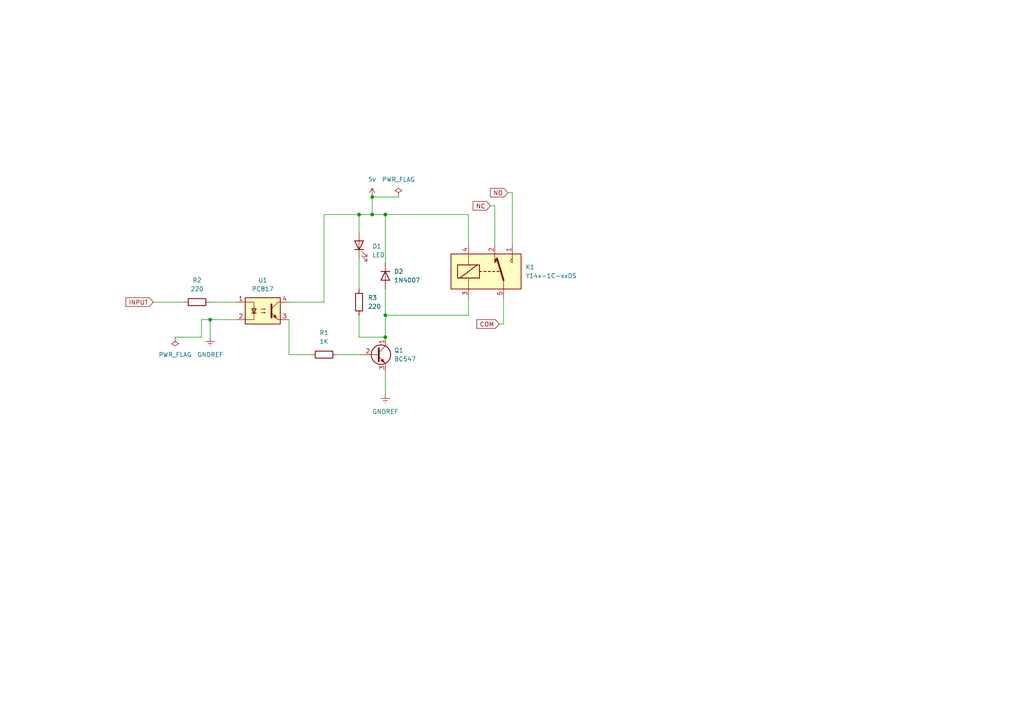
<source format=kicad_sch>
(kicad_sch
	(version 20231120)
	(generator "eeschema")
	(generator_version "8.0")
	(uuid "8780924e-e0c8-4142-b6b1-2cde8ff5c133")
	(paper "A4")
	(lib_symbols
		(symbol "Device:LED"
			(pin_numbers hide)
			(pin_names
				(offset 1.016) hide)
			(exclude_from_sim no)
			(in_bom yes)
			(on_board yes)
			(property "Reference" "D"
				(at 0 2.54 0)
				(effects
					(font
						(size 1.27 1.27)
					)
				)
			)
			(property "Value" "LED"
				(at 0 -2.54 0)
				(effects
					(font
						(size 1.27 1.27)
					)
				)
			)
			(property "Footprint" ""
				(at 0 0 0)
				(effects
					(font
						(size 1.27 1.27)
					)
					(hide yes)
				)
			)
			(property "Datasheet" "~"
				(at 0 0 0)
				(effects
					(font
						(size 1.27 1.27)
					)
					(hide yes)
				)
			)
			(property "Description" "Light emitting diode"
				(at 0 0 0)
				(effects
					(font
						(size 1.27 1.27)
					)
					(hide yes)
				)
			)
			(property "ki_keywords" "LED diode"
				(at 0 0 0)
				(effects
					(font
						(size 1.27 1.27)
					)
					(hide yes)
				)
			)
			(property "ki_fp_filters" "LED* LED_SMD:* LED_THT:*"
				(at 0 0 0)
				(effects
					(font
						(size 1.27 1.27)
					)
					(hide yes)
				)
			)
			(symbol "LED_0_1"
				(polyline
					(pts
						(xy -1.27 -1.27) (xy -1.27 1.27)
					)
					(stroke
						(width 0.254)
						(type default)
					)
					(fill
						(type none)
					)
				)
				(polyline
					(pts
						(xy -1.27 0) (xy 1.27 0)
					)
					(stroke
						(width 0)
						(type default)
					)
					(fill
						(type none)
					)
				)
				(polyline
					(pts
						(xy 1.27 -1.27) (xy 1.27 1.27) (xy -1.27 0) (xy 1.27 -1.27)
					)
					(stroke
						(width 0.254)
						(type default)
					)
					(fill
						(type none)
					)
				)
				(polyline
					(pts
						(xy -3.048 -0.762) (xy -4.572 -2.286) (xy -3.81 -2.286) (xy -4.572 -2.286) (xy -4.572 -1.524)
					)
					(stroke
						(width 0)
						(type default)
					)
					(fill
						(type none)
					)
				)
				(polyline
					(pts
						(xy -1.778 -0.762) (xy -3.302 -2.286) (xy -2.54 -2.286) (xy -3.302 -2.286) (xy -3.302 -1.524)
					)
					(stroke
						(width 0)
						(type default)
					)
					(fill
						(type none)
					)
				)
			)
			(symbol "LED_1_1"
				(pin passive line
					(at -3.81 0 0)
					(length 2.54)
					(name "K"
						(effects
							(font
								(size 1.27 1.27)
							)
						)
					)
					(number "1"
						(effects
							(font
								(size 1.27 1.27)
							)
						)
					)
				)
				(pin passive line
					(at 3.81 0 180)
					(length 2.54)
					(name "A"
						(effects
							(font
								(size 1.27 1.27)
							)
						)
					)
					(number "2"
						(effects
							(font
								(size 1.27 1.27)
							)
						)
					)
				)
			)
		)
		(symbol "Device:R"
			(pin_numbers hide)
			(pin_names
				(offset 0)
			)
			(exclude_from_sim no)
			(in_bom yes)
			(on_board yes)
			(property "Reference" "R"
				(at 2.032 0 90)
				(effects
					(font
						(size 1.27 1.27)
					)
				)
			)
			(property "Value" "R"
				(at 0 0 90)
				(effects
					(font
						(size 1.27 1.27)
					)
				)
			)
			(property "Footprint" ""
				(at -1.778 0 90)
				(effects
					(font
						(size 1.27 1.27)
					)
					(hide yes)
				)
			)
			(property "Datasheet" "~"
				(at 0 0 0)
				(effects
					(font
						(size 1.27 1.27)
					)
					(hide yes)
				)
			)
			(property "Description" "Resistor"
				(at 0 0 0)
				(effects
					(font
						(size 1.27 1.27)
					)
					(hide yes)
				)
			)
			(property "ki_keywords" "R res resistor"
				(at 0 0 0)
				(effects
					(font
						(size 1.27 1.27)
					)
					(hide yes)
				)
			)
			(property "ki_fp_filters" "R_*"
				(at 0 0 0)
				(effects
					(font
						(size 1.27 1.27)
					)
					(hide yes)
				)
			)
			(symbol "R_0_1"
				(rectangle
					(start -1.016 -2.54)
					(end 1.016 2.54)
					(stroke
						(width 0.254)
						(type default)
					)
					(fill
						(type none)
					)
				)
			)
			(symbol "R_1_1"
				(pin passive line
					(at 0 3.81 270)
					(length 1.27)
					(name "~"
						(effects
							(font
								(size 1.27 1.27)
							)
						)
					)
					(number "1"
						(effects
							(font
								(size 1.27 1.27)
							)
						)
					)
				)
				(pin passive line
					(at 0 -3.81 90)
					(length 1.27)
					(name "~"
						(effects
							(font
								(size 1.27 1.27)
							)
						)
					)
					(number "2"
						(effects
							(font
								(size 1.27 1.27)
							)
						)
					)
				)
			)
		)
		(symbol "Diode:1N4007"
			(pin_numbers hide)
			(pin_names hide)
			(exclude_from_sim no)
			(in_bom yes)
			(on_board yes)
			(property "Reference" "D"
				(at 0 2.54 0)
				(effects
					(font
						(size 1.27 1.27)
					)
				)
			)
			(property "Value" "1N4007"
				(at 0 -2.54 0)
				(effects
					(font
						(size 1.27 1.27)
					)
				)
			)
			(property "Footprint" "Diode_THT:D_DO-41_SOD81_P10.16mm_Horizontal"
				(at 0 -4.445 0)
				(effects
					(font
						(size 1.27 1.27)
					)
					(hide yes)
				)
			)
			(property "Datasheet" "http://www.vishay.com/docs/88503/1n4001.pdf"
				(at 0 0 0)
				(effects
					(font
						(size 1.27 1.27)
					)
					(hide yes)
				)
			)
			(property "Description" "1000V 1A General Purpose Rectifier Diode, DO-41"
				(at 0 0 0)
				(effects
					(font
						(size 1.27 1.27)
					)
					(hide yes)
				)
			)
			(property "Sim.Device" "D"
				(at 0 0 0)
				(effects
					(font
						(size 1.27 1.27)
					)
					(hide yes)
				)
			)
			(property "Sim.Pins" "1=K 2=A"
				(at 0 0 0)
				(effects
					(font
						(size 1.27 1.27)
					)
					(hide yes)
				)
			)
			(property "ki_keywords" "diode"
				(at 0 0 0)
				(effects
					(font
						(size 1.27 1.27)
					)
					(hide yes)
				)
			)
			(property "ki_fp_filters" "D*DO?41*"
				(at 0 0 0)
				(effects
					(font
						(size 1.27 1.27)
					)
					(hide yes)
				)
			)
			(symbol "1N4007_0_1"
				(polyline
					(pts
						(xy -1.27 1.27) (xy -1.27 -1.27)
					)
					(stroke
						(width 0.254)
						(type default)
					)
					(fill
						(type none)
					)
				)
				(polyline
					(pts
						(xy 1.27 0) (xy -1.27 0)
					)
					(stroke
						(width 0)
						(type default)
					)
					(fill
						(type none)
					)
				)
				(polyline
					(pts
						(xy 1.27 1.27) (xy 1.27 -1.27) (xy -1.27 0) (xy 1.27 1.27)
					)
					(stroke
						(width 0.254)
						(type default)
					)
					(fill
						(type none)
					)
				)
			)
			(symbol "1N4007_1_1"
				(pin passive line
					(at -3.81 0 0)
					(length 2.54)
					(name "K"
						(effects
							(font
								(size 1.27 1.27)
							)
						)
					)
					(number "1"
						(effects
							(font
								(size 1.27 1.27)
							)
						)
					)
				)
				(pin passive line
					(at 3.81 0 180)
					(length 2.54)
					(name "A"
						(effects
							(font
								(size 1.27 1.27)
							)
						)
					)
					(number "2"
						(effects
							(font
								(size 1.27 1.27)
							)
						)
					)
				)
			)
		)
		(symbol "Isolator:PC817"
			(pin_names
				(offset 1.016)
			)
			(exclude_from_sim no)
			(in_bom yes)
			(on_board yes)
			(property "Reference" "U"
				(at -5.08 5.08 0)
				(effects
					(font
						(size 1.27 1.27)
					)
					(justify left)
				)
			)
			(property "Value" "PC817"
				(at 0 5.08 0)
				(effects
					(font
						(size 1.27 1.27)
					)
					(justify left)
				)
			)
			(property "Footprint" "Package_DIP:DIP-4_W7.62mm"
				(at -5.08 -5.08 0)
				(effects
					(font
						(size 1.27 1.27)
						(italic yes)
					)
					(justify left)
					(hide yes)
				)
			)
			(property "Datasheet" "http://www.soselectronic.cz/a_info/resource/d/pc817.pdf"
				(at 0 0 0)
				(effects
					(font
						(size 1.27 1.27)
					)
					(justify left)
					(hide yes)
				)
			)
			(property "Description" "DC Optocoupler, Vce 35V, CTR 50-300%, DIP-4"
				(at 0 0 0)
				(effects
					(font
						(size 1.27 1.27)
					)
					(hide yes)
				)
			)
			(property "ki_keywords" "NPN DC Optocoupler"
				(at 0 0 0)
				(effects
					(font
						(size 1.27 1.27)
					)
					(hide yes)
				)
			)
			(property "ki_fp_filters" "DIP*W7.62mm*"
				(at 0 0 0)
				(effects
					(font
						(size 1.27 1.27)
					)
					(hide yes)
				)
			)
			(symbol "PC817_0_1"
				(rectangle
					(start -5.08 3.81)
					(end 5.08 -3.81)
					(stroke
						(width 0.254)
						(type default)
					)
					(fill
						(type background)
					)
				)
				(polyline
					(pts
						(xy -3.175 -0.635) (xy -1.905 -0.635)
					)
					(stroke
						(width 0.254)
						(type default)
					)
					(fill
						(type none)
					)
				)
				(polyline
					(pts
						(xy 2.54 0.635) (xy 4.445 2.54)
					)
					(stroke
						(width 0)
						(type default)
					)
					(fill
						(type none)
					)
				)
				(polyline
					(pts
						(xy 4.445 -2.54) (xy 2.54 -0.635)
					)
					(stroke
						(width 0)
						(type default)
					)
					(fill
						(type outline)
					)
				)
				(polyline
					(pts
						(xy 4.445 -2.54) (xy 5.08 -2.54)
					)
					(stroke
						(width 0)
						(type default)
					)
					(fill
						(type none)
					)
				)
				(polyline
					(pts
						(xy 4.445 2.54) (xy 5.08 2.54)
					)
					(stroke
						(width 0)
						(type default)
					)
					(fill
						(type none)
					)
				)
				(polyline
					(pts
						(xy -5.08 2.54) (xy -2.54 2.54) (xy -2.54 -0.635)
					)
					(stroke
						(width 0)
						(type default)
					)
					(fill
						(type none)
					)
				)
				(polyline
					(pts
						(xy -2.54 -0.635) (xy -2.54 -2.54) (xy -5.08 -2.54)
					)
					(stroke
						(width 0)
						(type default)
					)
					(fill
						(type none)
					)
				)
				(polyline
					(pts
						(xy 2.54 1.905) (xy 2.54 -1.905) (xy 2.54 -1.905)
					)
					(stroke
						(width 0.508)
						(type default)
					)
					(fill
						(type none)
					)
				)
				(polyline
					(pts
						(xy -2.54 -0.635) (xy -3.175 0.635) (xy -1.905 0.635) (xy -2.54 -0.635)
					)
					(stroke
						(width 0.254)
						(type default)
					)
					(fill
						(type none)
					)
				)
				(polyline
					(pts
						(xy -0.508 -0.508) (xy 0.762 -0.508) (xy 0.381 -0.635) (xy 0.381 -0.381) (xy 0.762 -0.508)
					)
					(stroke
						(width 0)
						(type default)
					)
					(fill
						(type none)
					)
				)
				(polyline
					(pts
						(xy -0.508 0.508) (xy 0.762 0.508) (xy 0.381 0.381) (xy 0.381 0.635) (xy 0.762 0.508)
					)
					(stroke
						(width 0)
						(type default)
					)
					(fill
						(type none)
					)
				)
				(polyline
					(pts
						(xy 3.048 -1.651) (xy 3.556 -1.143) (xy 4.064 -2.159) (xy 3.048 -1.651) (xy 3.048 -1.651)
					)
					(stroke
						(width 0)
						(type default)
					)
					(fill
						(type outline)
					)
				)
			)
			(symbol "PC817_1_1"
				(pin passive line
					(at -7.62 2.54 0)
					(length 2.54)
					(name "~"
						(effects
							(font
								(size 1.27 1.27)
							)
						)
					)
					(number "1"
						(effects
							(font
								(size 1.27 1.27)
							)
						)
					)
				)
				(pin passive line
					(at -7.62 -2.54 0)
					(length 2.54)
					(name "~"
						(effects
							(font
								(size 1.27 1.27)
							)
						)
					)
					(number "2"
						(effects
							(font
								(size 1.27 1.27)
							)
						)
					)
				)
				(pin passive line
					(at 7.62 -2.54 180)
					(length 2.54)
					(name "~"
						(effects
							(font
								(size 1.27 1.27)
							)
						)
					)
					(number "3"
						(effects
							(font
								(size 1.27 1.27)
							)
						)
					)
				)
				(pin passive line
					(at 7.62 2.54 180)
					(length 2.54)
					(name "~"
						(effects
							(font
								(size 1.27 1.27)
							)
						)
					)
					(number "4"
						(effects
							(font
								(size 1.27 1.27)
							)
						)
					)
				)
			)
		)
		(symbol "Relay:Y14x-1C-xxDS"
			(exclude_from_sim no)
			(in_bom yes)
			(on_board yes)
			(property "Reference" "K"
				(at 11.43 3.81 0)
				(effects
					(font
						(size 1.27 1.27)
					)
					(justify left)
				)
			)
			(property "Value" "Y14x-1C-xxDS"
				(at 11.43 1.27 0)
				(effects
					(font
						(size 1.27 1.27)
					)
					(justify left)
				)
			)
			(property "Footprint" "Relay_THT:Relay_SPDT_HsinDa_Y14"
				(at 11.43 -1.27 0)
				(effects
					(font
						(size 1.27 1.27)
					)
					(justify left)
					(hide yes)
				)
			)
			(property "Datasheet" "http://www.hsinda.com.tw/upload/file/Y14-20200430135145.pdf"
				(at 0 0 0)
				(effects
					(font
						(size 1.27 1.27)
					)
					(hide yes)
				)
			)
			(property "Description" "Hsin Da Y14-series relay, Single Pole Dual Throw"
				(at 0 0 0)
				(effects
					(font
						(size 1.27 1.27)
					)
					(hide yes)
				)
			)
			(property "ki_keywords" "Relay SPDT"
				(at 0 0 0)
				(effects
					(font
						(size 1.27 1.27)
					)
					(hide yes)
				)
			)
			(property "ki_fp_filters" "Relay*Y14*"
				(at 0 0 0)
				(effects
					(font
						(size 1.27 1.27)
					)
					(hide yes)
				)
			)
			(symbol "Y14x-1C-xxDS_0_0"
				(polyline
					(pts
						(xy 7.62 5.08) (xy 7.62 2.54) (xy 6.985 3.175) (xy 7.62 3.81)
					)
					(stroke
						(width 0)
						(type default)
					)
					(fill
						(type none)
					)
				)
			)
			(symbol "Y14x-1C-xxDS_0_1"
				(rectangle
					(start -10.16 5.08)
					(end 10.16 -5.08)
					(stroke
						(width 0.254)
						(type default)
					)
					(fill
						(type background)
					)
				)
				(rectangle
					(start -8.255 1.905)
					(end -1.905 -1.905)
					(stroke
						(width 0.254)
						(type default)
					)
					(fill
						(type none)
					)
				)
				(polyline
					(pts
						(xy -7.62 -1.905) (xy -2.54 1.905)
					)
					(stroke
						(width 0.254)
						(type default)
					)
					(fill
						(type none)
					)
				)
				(polyline
					(pts
						(xy -5.08 -5.08) (xy -5.08 -1.905)
					)
					(stroke
						(width 0)
						(type default)
					)
					(fill
						(type none)
					)
				)
				(polyline
					(pts
						(xy -5.08 5.08) (xy -5.08 1.905)
					)
					(stroke
						(width 0)
						(type default)
					)
					(fill
						(type none)
					)
				)
				(polyline
					(pts
						(xy -1.905 0) (xy -1.27 0)
					)
					(stroke
						(width 0.254)
						(type default)
					)
					(fill
						(type none)
					)
				)
				(polyline
					(pts
						(xy -0.635 0) (xy 0 0)
					)
					(stroke
						(width 0.254)
						(type default)
					)
					(fill
						(type none)
					)
				)
				(polyline
					(pts
						(xy 0.635 0) (xy 1.27 0)
					)
					(stroke
						(width 0.254)
						(type default)
					)
					(fill
						(type none)
					)
				)
				(polyline
					(pts
						(xy 1.905 0) (xy 2.54 0)
					)
					(stroke
						(width 0.254)
						(type default)
					)
					(fill
						(type none)
					)
				)
				(polyline
					(pts
						(xy 3.175 0) (xy 3.81 0)
					)
					(stroke
						(width 0.254)
						(type default)
					)
					(fill
						(type none)
					)
				)
				(polyline
					(pts
						(xy 5.08 -2.54) (xy 3.175 3.81)
					)
					(stroke
						(width 0.508)
						(type default)
					)
					(fill
						(type none)
					)
				)
				(polyline
					(pts
						(xy 5.08 -2.54) (xy 5.08 -5.08)
					)
					(stroke
						(width 0)
						(type default)
					)
					(fill
						(type none)
					)
				)
				(polyline
					(pts
						(xy 2.54 5.08) (xy 2.54 2.54) (xy 3.175 3.175) (xy 2.54 3.81)
					)
					(stroke
						(width 0)
						(type default)
					)
					(fill
						(type outline)
					)
				)
			)
			(symbol "Y14x-1C-xxDS_1_1"
				(pin passive line
					(at 7.62 7.62 270)
					(length 2.54)
					(name "~"
						(effects
							(font
								(size 1.27 1.27)
							)
						)
					)
					(number "1"
						(effects
							(font
								(size 1.27 1.27)
							)
						)
					)
				)
				(pin passive line
					(at 2.54 7.62 270)
					(length 2.54)
					(name "~"
						(effects
							(font
								(size 1.27 1.27)
							)
						)
					)
					(number "2"
						(effects
							(font
								(size 1.27 1.27)
							)
						)
					)
				)
				(pin passive line
					(at -5.08 -7.62 90)
					(length 2.54)
					(name "~"
						(effects
							(font
								(size 1.27 1.27)
							)
						)
					)
					(number "3"
						(effects
							(font
								(size 1.27 1.27)
							)
						)
					)
				)
				(pin passive line
					(at -5.08 7.62 270)
					(length 2.54)
					(name "~"
						(effects
							(font
								(size 1.27 1.27)
							)
						)
					)
					(number "4"
						(effects
							(font
								(size 1.27 1.27)
							)
						)
					)
				)
				(pin passive line
					(at 5.08 -7.62 90)
					(length 2.54)
					(name "~"
						(effects
							(font
								(size 1.27 1.27)
							)
						)
					)
					(number "5"
						(effects
							(font
								(size 1.27 1.27)
							)
						)
					)
				)
				(pin passive line
					(at 5.08 -7.62 90)
					(length 2.54) hide
					(name "~"
						(effects
							(font
								(size 1.27 1.27)
							)
						)
					)
					(number "6"
						(effects
							(font
								(size 1.27 1.27)
							)
						)
					)
				)
			)
		)
		(symbol "Transistor_BJT:BC547"
			(pin_names
				(offset 0) hide)
			(exclude_from_sim no)
			(in_bom yes)
			(on_board yes)
			(property "Reference" "Q"
				(at 5.08 1.905 0)
				(effects
					(font
						(size 1.27 1.27)
					)
					(justify left)
				)
			)
			(property "Value" "BC547"
				(at 5.08 0 0)
				(effects
					(font
						(size 1.27 1.27)
					)
					(justify left)
				)
			)
			(property "Footprint" "Package_TO_SOT_THT:TO-92_Inline"
				(at 5.08 -1.905 0)
				(effects
					(font
						(size 1.27 1.27)
						(italic yes)
					)
					(justify left)
					(hide yes)
				)
			)
			(property "Datasheet" "https://www.onsemi.com/pub/Collateral/BC550-D.pdf"
				(at 0 0 0)
				(effects
					(font
						(size 1.27 1.27)
					)
					(justify left)
					(hide yes)
				)
			)
			(property "Description" "0.1A Ic, 45V Vce, Small Signal NPN Transistor, TO-92"
				(at 0 0 0)
				(effects
					(font
						(size 1.27 1.27)
					)
					(hide yes)
				)
			)
			(property "ki_keywords" "NPN Transistor"
				(at 0 0 0)
				(effects
					(font
						(size 1.27 1.27)
					)
					(hide yes)
				)
			)
			(property "ki_fp_filters" "TO?92*"
				(at 0 0 0)
				(effects
					(font
						(size 1.27 1.27)
					)
					(hide yes)
				)
			)
			(symbol "BC547_0_1"
				(polyline
					(pts
						(xy 0 0) (xy 0.635 0)
					)
					(stroke
						(width 0)
						(type default)
					)
					(fill
						(type none)
					)
				)
				(polyline
					(pts
						(xy 0.635 0.635) (xy 2.54 2.54)
					)
					(stroke
						(width 0)
						(type default)
					)
					(fill
						(type none)
					)
				)
				(polyline
					(pts
						(xy 0.635 -0.635) (xy 2.54 -2.54) (xy 2.54 -2.54)
					)
					(stroke
						(width 0)
						(type default)
					)
					(fill
						(type none)
					)
				)
				(polyline
					(pts
						(xy 0.635 1.905) (xy 0.635 -1.905) (xy 0.635 -1.905)
					)
					(stroke
						(width 0.508)
						(type default)
					)
					(fill
						(type none)
					)
				)
				(polyline
					(pts
						(xy 1.27 -1.778) (xy 1.778 -1.27) (xy 2.286 -2.286) (xy 1.27 -1.778) (xy 1.27 -1.778)
					)
					(stroke
						(width 0)
						(type default)
					)
					(fill
						(type outline)
					)
				)
				(circle
					(center 1.27 0)
					(radius 2.8194)
					(stroke
						(width 0.254)
						(type default)
					)
					(fill
						(type none)
					)
				)
			)
			(symbol "BC547_1_1"
				(pin passive line
					(at 2.54 5.08 270)
					(length 2.54)
					(name "C"
						(effects
							(font
								(size 1.27 1.27)
							)
						)
					)
					(number "1"
						(effects
							(font
								(size 1.27 1.27)
							)
						)
					)
				)
				(pin input line
					(at -5.08 0 0)
					(length 5.08)
					(name "B"
						(effects
							(font
								(size 1.27 1.27)
							)
						)
					)
					(number "2"
						(effects
							(font
								(size 1.27 1.27)
							)
						)
					)
				)
				(pin passive line
					(at 2.54 -5.08 90)
					(length 2.54)
					(name "E"
						(effects
							(font
								(size 1.27 1.27)
							)
						)
					)
					(number "3"
						(effects
							(font
								(size 1.27 1.27)
							)
						)
					)
				)
			)
		)
		(symbol "power:GNDREF"
			(power)
			(pin_numbers hide)
			(pin_names
				(offset 0) hide)
			(exclude_from_sim no)
			(in_bom yes)
			(on_board yes)
			(property "Reference" "#PWR"
				(at 0 -6.35 0)
				(effects
					(font
						(size 1.27 1.27)
					)
					(hide yes)
				)
			)
			(property "Value" "GNDREF"
				(at 0 -3.81 0)
				(effects
					(font
						(size 1.27 1.27)
					)
				)
			)
			(property "Footprint" ""
				(at 0 0 0)
				(effects
					(font
						(size 1.27 1.27)
					)
					(hide yes)
				)
			)
			(property "Datasheet" ""
				(at 0 0 0)
				(effects
					(font
						(size 1.27 1.27)
					)
					(hide yes)
				)
			)
			(property "Description" "Power symbol creates a global label with name \"GNDREF\" , reference supply ground"
				(at 0 0 0)
				(effects
					(font
						(size 1.27 1.27)
					)
					(hide yes)
				)
			)
			(property "ki_keywords" "global power"
				(at 0 0 0)
				(effects
					(font
						(size 1.27 1.27)
					)
					(hide yes)
				)
			)
			(symbol "GNDREF_0_1"
				(polyline
					(pts
						(xy -0.635 -1.905) (xy 0.635 -1.905)
					)
					(stroke
						(width 0)
						(type default)
					)
					(fill
						(type none)
					)
				)
				(polyline
					(pts
						(xy -0.127 -2.54) (xy 0.127 -2.54)
					)
					(stroke
						(width 0)
						(type default)
					)
					(fill
						(type none)
					)
				)
				(polyline
					(pts
						(xy 0 -1.27) (xy 0 0)
					)
					(stroke
						(width 0)
						(type default)
					)
					(fill
						(type none)
					)
				)
				(polyline
					(pts
						(xy 1.27 -1.27) (xy -1.27 -1.27)
					)
					(stroke
						(width 0)
						(type default)
					)
					(fill
						(type none)
					)
				)
			)
			(symbol "GNDREF_1_1"
				(pin power_in line
					(at 0 0 270)
					(length 0)
					(name "~"
						(effects
							(font
								(size 1.27 1.27)
							)
						)
					)
					(number "1"
						(effects
							(font
								(size 1.27 1.27)
							)
						)
					)
				)
			)
		)
		(symbol "power:PWR_FLAG"
			(power)
			(pin_numbers hide)
			(pin_names
				(offset 0) hide)
			(exclude_from_sim no)
			(in_bom yes)
			(on_board yes)
			(property "Reference" "#FLG"
				(at 0 1.905 0)
				(effects
					(font
						(size 1.27 1.27)
					)
					(hide yes)
				)
			)
			(property "Value" "PWR_FLAG"
				(at 0 3.81 0)
				(effects
					(font
						(size 1.27 1.27)
					)
				)
			)
			(property "Footprint" ""
				(at 0 0 0)
				(effects
					(font
						(size 1.27 1.27)
					)
					(hide yes)
				)
			)
			(property "Datasheet" "~"
				(at 0 0 0)
				(effects
					(font
						(size 1.27 1.27)
					)
					(hide yes)
				)
			)
			(property "Description" "Special symbol for telling ERC where power comes from"
				(at 0 0 0)
				(effects
					(font
						(size 1.27 1.27)
					)
					(hide yes)
				)
			)
			(property "ki_keywords" "flag power"
				(at 0 0 0)
				(effects
					(font
						(size 1.27 1.27)
					)
					(hide yes)
				)
			)
			(symbol "PWR_FLAG_0_0"
				(pin power_out line
					(at 0 0 90)
					(length 0)
					(name "~"
						(effects
							(font
								(size 1.27 1.27)
							)
						)
					)
					(number "1"
						(effects
							(font
								(size 1.27 1.27)
							)
						)
					)
				)
			)
			(symbol "PWR_FLAG_0_1"
				(polyline
					(pts
						(xy 0 0) (xy 0 1.27) (xy -1.016 1.905) (xy 0 2.54) (xy 1.016 1.905) (xy 0 1.27)
					)
					(stroke
						(width 0)
						(type default)
					)
					(fill
						(type none)
					)
				)
			)
		)
		(symbol "power:VCC"
			(power)
			(pin_numbers hide)
			(pin_names
				(offset 0) hide)
			(exclude_from_sim no)
			(in_bom yes)
			(on_board yes)
			(property "Reference" "#PWR"
				(at 0 -3.81 0)
				(effects
					(font
						(size 1.27 1.27)
					)
					(hide yes)
				)
			)
			(property "Value" "VCC"
				(at 0 3.556 0)
				(effects
					(font
						(size 1.27 1.27)
					)
				)
			)
			(property "Footprint" ""
				(at 0 0 0)
				(effects
					(font
						(size 1.27 1.27)
					)
					(hide yes)
				)
			)
			(property "Datasheet" ""
				(at 0 0 0)
				(effects
					(font
						(size 1.27 1.27)
					)
					(hide yes)
				)
			)
			(property "Description" "Power symbol creates a global label with name \"VCC\""
				(at 0 0 0)
				(effects
					(font
						(size 1.27 1.27)
					)
					(hide yes)
				)
			)
			(property "ki_keywords" "global power"
				(at 0 0 0)
				(effects
					(font
						(size 1.27 1.27)
					)
					(hide yes)
				)
			)
			(symbol "VCC_0_1"
				(polyline
					(pts
						(xy -0.762 1.27) (xy 0 2.54)
					)
					(stroke
						(width 0)
						(type default)
					)
					(fill
						(type none)
					)
				)
				(polyline
					(pts
						(xy 0 0) (xy 0 2.54)
					)
					(stroke
						(width 0)
						(type default)
					)
					(fill
						(type none)
					)
				)
				(polyline
					(pts
						(xy 0 2.54) (xy 0.762 1.27)
					)
					(stroke
						(width 0)
						(type default)
					)
					(fill
						(type none)
					)
				)
			)
			(symbol "VCC_1_1"
				(pin power_in line
					(at 0 0 90)
					(length 0)
					(name "~"
						(effects
							(font
								(size 1.27 1.27)
							)
						)
					)
					(number "1"
						(effects
							(font
								(size 1.27 1.27)
							)
						)
					)
				)
			)
		)
	)
	(junction
		(at 104.14 62.23)
		(diameter 0)
		(color 0 0 0 0)
		(uuid "22bc43b3-272d-4f25-a04b-344fac90697a")
	)
	(junction
		(at 111.76 91.44)
		(diameter 0)
		(color 0 0 0 0)
		(uuid "770ff1b9-7484-40f1-975a-62b8f3adc3c9")
	)
	(junction
		(at 111.76 97.79)
		(diameter 0)
		(color 0 0 0 0)
		(uuid "9425d4b0-434a-46f1-a270-fba8b0e4fc57")
	)
	(junction
		(at 107.95 62.23)
		(diameter 0)
		(color 0 0 0 0)
		(uuid "95b1715b-8ecc-4581-92a5-608e699e61da")
	)
	(junction
		(at 111.76 62.23)
		(diameter 0)
		(color 0 0 0 0)
		(uuid "a1b67a7f-163f-4c02-bf4e-34c832b9ed9a")
	)
	(junction
		(at 60.96 92.71)
		(diameter 0)
		(color 0 0 0 0)
		(uuid "a4a97df3-5497-4b3b-a137-628dc8876539")
	)
	(junction
		(at 107.95 57.15)
		(diameter 0)
		(color 0 0 0 0)
		(uuid "c6ee54e3-9570-4ba2-802a-913825cda2de")
	)
	(wire
		(pts
			(xy 104.14 91.44) (xy 104.14 97.79)
		)
		(stroke
			(width 0)
			(type default)
		)
		(uuid "04c5fc98-687d-471d-a179-5f7f1a2c1dd2")
	)
	(wire
		(pts
			(xy 147.32 55.88) (xy 148.59 55.88)
		)
		(stroke
			(width 0)
			(type default)
		)
		(uuid "0dceb383-6efb-4fb1-9941-41ad2b6f0c4c")
	)
	(wire
		(pts
			(xy 44.45 87.63) (xy 53.34 87.63)
		)
		(stroke
			(width 0)
			(type default)
		)
		(uuid "26f9b44a-1b75-4cc5-b002-ff28e1c7bedc")
	)
	(wire
		(pts
			(xy 111.76 107.95) (xy 111.76 114.3)
		)
		(stroke
			(width 0)
			(type default)
		)
		(uuid "27614320-8bdb-4e6a-bed4-0969e6da28ad")
	)
	(wire
		(pts
			(xy 58.42 92.71) (xy 60.96 92.71)
		)
		(stroke
			(width 0)
			(type default)
		)
		(uuid "28a1f6d9-945a-4037-b760-431a633d8eaf")
	)
	(wire
		(pts
			(xy 50.8 97.79) (xy 58.42 97.79)
		)
		(stroke
			(width 0)
			(type default)
		)
		(uuid "2a90dc0d-2d89-43b6-8e1e-b480e00687a5")
	)
	(wire
		(pts
			(xy 58.42 97.79) (xy 58.42 92.71)
		)
		(stroke
			(width 0)
			(type default)
		)
		(uuid "2af238c3-a82d-46f8-a1b3-257e334cea16")
	)
	(wire
		(pts
			(xy 93.98 87.63) (xy 93.98 62.23)
		)
		(stroke
			(width 0)
			(type default)
		)
		(uuid "2c7a5253-b7a7-4b07-a159-ac9c3db88525")
	)
	(wire
		(pts
			(xy 60.96 87.63) (xy 68.58 87.63)
		)
		(stroke
			(width 0)
			(type default)
		)
		(uuid "2e171ce2-f3e8-4743-b4a8-eeabffac47b4")
	)
	(wire
		(pts
			(xy 115.57 57.15) (xy 107.95 57.15)
		)
		(stroke
			(width 0)
			(type default)
		)
		(uuid "3b1c3ace-98e5-4a3f-9eca-99dfed028cb0")
	)
	(wire
		(pts
			(xy 135.89 86.36) (xy 135.89 91.44)
		)
		(stroke
			(width 0)
			(type default)
		)
		(uuid "43832a56-f95a-424f-9bd1-870d77881139")
	)
	(wire
		(pts
			(xy 97.79 102.87) (xy 104.14 102.87)
		)
		(stroke
			(width 0)
			(type default)
		)
		(uuid "5c391eb3-b66f-451e-8bc8-b65a78f12182")
	)
	(wire
		(pts
			(xy 135.89 71.12) (xy 135.89 62.23)
		)
		(stroke
			(width 0)
			(type default)
		)
		(uuid "64fe0875-49f5-4ae7-8d25-762420e1e57f")
	)
	(wire
		(pts
			(xy 111.76 91.44) (xy 111.76 97.79)
		)
		(stroke
			(width 0)
			(type default)
		)
		(uuid "748a5bd6-19a6-42a8-87d0-636b1aa1ccd5")
	)
	(wire
		(pts
			(xy 143.51 59.69) (xy 143.51 71.12)
		)
		(stroke
			(width 0)
			(type default)
		)
		(uuid "7689f49b-02a4-4f43-8e1f-17b7915f8b1c")
	)
	(wire
		(pts
			(xy 144.78 93.98) (xy 146.05 93.98)
		)
		(stroke
			(width 0)
			(type default)
		)
		(uuid "7d1d8e83-85b0-40eb-b147-97aed1440af9")
	)
	(wire
		(pts
			(xy 107.95 57.15) (xy 107.95 62.23)
		)
		(stroke
			(width 0)
			(type default)
		)
		(uuid "902f8f21-177d-4aa4-92cf-3a592e26bf35")
	)
	(wire
		(pts
			(xy 142.24 59.69) (xy 143.51 59.69)
		)
		(stroke
			(width 0)
			(type default)
		)
		(uuid "916033a5-23a5-4e05-8f83-de4aca03cbd1")
	)
	(wire
		(pts
			(xy 135.89 62.23) (xy 111.76 62.23)
		)
		(stroke
			(width 0)
			(type default)
		)
		(uuid "924e271f-6173-4294-b3c5-5ced50480ecf")
	)
	(wire
		(pts
			(xy 83.82 87.63) (xy 93.98 87.63)
		)
		(stroke
			(width 0)
			(type default)
		)
		(uuid "939a9f74-6732-4fa7-b866-ea455e6b1274")
	)
	(wire
		(pts
			(xy 104.14 62.23) (xy 107.95 62.23)
		)
		(stroke
			(width 0)
			(type default)
		)
		(uuid "989d3b21-11e8-4d6b-9653-e1667a591013")
	)
	(wire
		(pts
			(xy 93.98 62.23) (xy 104.14 62.23)
		)
		(stroke
			(width 0)
			(type default)
		)
		(uuid "99528caf-741e-4dc1-bcbf-69fee60536c1")
	)
	(wire
		(pts
			(xy 104.14 62.23) (xy 104.14 67.31)
		)
		(stroke
			(width 0)
			(type default)
		)
		(uuid "9bb738fe-0eb4-43fe-a724-1ae575d56c2a")
	)
	(wire
		(pts
			(xy 83.82 102.87) (xy 83.82 92.71)
		)
		(stroke
			(width 0)
			(type default)
		)
		(uuid "a8a4eb98-1643-48cf-9dd1-fbe8f9d453f9")
	)
	(wire
		(pts
			(xy 111.76 76.2) (xy 111.76 62.23)
		)
		(stroke
			(width 0)
			(type default)
		)
		(uuid "adf2510e-796c-4094-8e5f-556bdede8ed6")
	)
	(wire
		(pts
			(xy 111.76 83.82) (xy 111.76 91.44)
		)
		(stroke
			(width 0)
			(type default)
		)
		(uuid "b907bade-5a3c-4168-93ec-8e41d0b62d29")
	)
	(wire
		(pts
			(xy 60.96 92.71) (xy 60.96 97.79)
		)
		(stroke
			(width 0)
			(type default)
		)
		(uuid "c6790b93-d842-45c3-af50-89eb0fe0f166")
	)
	(wire
		(pts
			(xy 148.59 71.12) (xy 148.59 55.88)
		)
		(stroke
			(width 0)
			(type default)
		)
		(uuid "d57e1d1d-04c5-4c02-a337-eaa9c5fe545f")
	)
	(wire
		(pts
			(xy 104.14 97.79) (xy 111.76 97.79)
		)
		(stroke
			(width 0)
			(type default)
		)
		(uuid "db789516-a18d-4347-a6e2-9c2e72718756")
	)
	(wire
		(pts
			(xy 107.95 62.23) (xy 111.76 62.23)
		)
		(stroke
			(width 0)
			(type default)
		)
		(uuid "e71901ae-0698-43fd-8e86-d2a62d47c30d")
	)
	(wire
		(pts
			(xy 104.14 74.93) (xy 104.14 83.82)
		)
		(stroke
			(width 0)
			(type default)
		)
		(uuid "e7e5db93-c19a-49e4-95b1-53a8fd7b670e")
	)
	(wire
		(pts
			(xy 146.05 86.36) (xy 146.05 93.98)
		)
		(stroke
			(width 0)
			(type default)
		)
		(uuid "eaea7037-4017-47d0-8e1d-46180232a541")
	)
	(wire
		(pts
			(xy 68.58 92.71) (xy 60.96 92.71)
		)
		(stroke
			(width 0)
			(type default)
		)
		(uuid "eef58efe-7029-4db4-b377-d1c75bbf94d6")
	)
	(wire
		(pts
			(xy 135.89 91.44) (xy 111.76 91.44)
		)
		(stroke
			(width 0)
			(type default)
		)
		(uuid "f26ddf2d-bc26-4328-8635-9e85c01d06a7")
	)
	(wire
		(pts
			(xy 83.82 102.87) (xy 90.17 102.87)
		)
		(stroke
			(width 0)
			(type default)
		)
		(uuid "fb9925a4-7912-4a10-9085-c1e86631c528")
	)
	(global_label "NC"
		(shape input)
		(at 142.24 59.69 180)
		(effects
			(font
				(size 1.27 1.27)
			)
			(justify right)
		)
		(uuid "22dd357b-ffc6-43ee-a7a8-d509ac503cd1")
		(property "Intersheetrefs" "${INTERSHEET_REFS}"
			(at 142.24 59.69 0)
			(effects
				(font
					(size 1.27 1.27)
				)
				(hide yes)
			)
		)
	)
	(global_label "NO"
		(shape input)
		(at 147.32 55.88 180)
		(effects
			(font
				(size 1.27 1.27)
			)
			(justify right)
		)
		(uuid "bda0ae5c-ba18-4779-b9ad-343e7201594d")
		(property "Intersheetrefs" "${INTERSHEET_REFS}"
			(at 147.32 55.88 0)
			(effects
				(font
					(size 1.27 1.27)
				)
				(hide yes)
			)
		)
	)
	(global_label "INPUT"
		(shape input)
		(at 44.45 87.63 180)
		(effects
			(font
				(size 1.27 1.27)
			)
			(justify right)
		)
		(uuid "e89bf832-4df2-4b90-8548-1de39b12747a")
		(property "Intersheetrefs" "${INTERSHEET_REFS}"
			(at 44.45 87.63 0)
			(effects
				(font
					(size 1.27 1.27)
				)
				(hide yes)
			)
		)
	)
	(global_label "COM"
		(shape input)
		(at 144.78 93.98 180)
		(effects
			(font
				(size 1.27 1.27)
			)
			(justify right)
		)
		(uuid "eaaae197-ad3f-4f99-9860-16e787063f05")
		(property "Intersheetrefs" "${INTERSHEET_REFS}"
			(at 144.78 93.98 0)
			(effects
				(font
					(size 1.27 1.27)
				)
				(hide yes)
			)
		)
	)
	(symbol
		(lib_id "power:GNDREF")
		(at 60.96 97.79 0)
		(unit 1)
		(exclude_from_sim no)
		(in_bom yes)
		(on_board yes)
		(dnp no)
		(fields_autoplaced yes)
		(uuid "0d8e9063-9ac9-491b-b638-3edf8d3f3f2b")
		(property "Reference" "#PWR02"
			(at 60.96 104.14 0)
			(effects
				(font
					(size 1.27 1.27)
				)
				(hide yes)
			)
		)
		(property "Value" "GNDREF"
			(at 60.96 102.87 0)
			(effects
				(font
					(size 1.27 1.27)
				)
			)
		)
		(property "Footprint" ""
			(at 60.96 97.79 0)
			(effects
				(font
					(size 1.27 1.27)
				)
				(hide yes)
			)
		)
		(property "Datasheet" ""
			(at 60.96 97.79 0)
			(effects
				(font
					(size 1.27 1.27)
				)
				(hide yes)
			)
		)
		(property "Description" "Power symbol creates a global label with name \"GNDREF\" , reference supply ground"
			(at 60.96 97.79 0)
			(effects
				(font
					(size 1.27 1.27)
				)
				(hide yes)
			)
		)
		(pin "1"
			(uuid "059614c0-f517-47a2-a8f7-bcfbefc295f7")
		)
		(instances
			(project "6 de abril"
				(path "/8780924e-e0c8-4142-b6b1-2cde8ff5c133"
					(reference "#PWR02")
					(unit 1)
				)
			)
		)
	)
	(symbol
		(lib_id "power:GNDREF")
		(at 111.76 114.3 0)
		(unit 1)
		(exclude_from_sim no)
		(in_bom yes)
		(on_board yes)
		(dnp no)
		(fields_autoplaced yes)
		(uuid "1731e199-9c11-4d38-bafc-db0bd3796737")
		(property "Reference" "#PWR01"
			(at 111.76 120.65 0)
			(effects
				(font
					(size 1.27 1.27)
				)
				(hide yes)
			)
		)
		(property "Value" "GNDREF"
			(at 111.76 119.38 0)
			(effects
				(font
					(size 1.27 1.27)
				)
			)
		)
		(property "Footprint" ""
			(at 111.76 114.3 0)
			(effects
				(font
					(size 1.27 1.27)
				)
				(hide yes)
			)
		)
		(property "Datasheet" ""
			(at 111.76 114.3 0)
			(effects
				(font
					(size 1.27 1.27)
				)
				(hide yes)
			)
		)
		(property "Description" "Power symbol creates a global label with name \"GNDREF\" , reference supply ground"
			(at 111.76 114.3 0)
			(effects
				(font
					(size 1.27 1.27)
				)
				(hide yes)
			)
		)
		(pin "1"
			(uuid "3de5ffc0-caa0-4dc4-96d5-3bdbb7edf33a")
		)
		(instances
			(project "6 de abril"
				(path "/8780924e-e0c8-4142-b6b1-2cde8ff5c133"
					(reference "#PWR01")
					(unit 1)
				)
			)
		)
	)
	(symbol
		(lib_id "Device:R")
		(at 93.98 102.87 270)
		(unit 1)
		(exclude_from_sim no)
		(in_bom yes)
		(on_board yes)
		(dnp no)
		(fields_autoplaced yes)
		(uuid "1e35b2ba-afd2-4d54-a06e-f19f433dbf2e")
		(property "Reference" "R1"
			(at 93.98 96.52 90)
			(effects
				(font
					(size 1.27 1.27)
				)
			)
		)
		(property "Value" "1K"
			(at 93.98 99.06 90)
			(effects
				(font
					(size 1.27 1.27)
				)
			)
		)
		(property "Footprint" "Resistor_SMD:R_0805_2012Metric"
			(at 93.98 101.092 90)
			(effects
				(font
					(size 1.27 1.27)
				)
				(hide yes)
			)
		)
		(property "Datasheet" "~"
			(at 93.98 102.87 0)
			(effects
				(font
					(size 1.27 1.27)
				)
				(hide yes)
			)
		)
		(property "Description" "Resistor"
			(at 93.98 102.87 0)
			(effects
				(font
					(size 1.27 1.27)
				)
				(hide yes)
			)
		)
		(pin "1"
			(uuid "faf239b9-ae11-402f-a3ca-e59c9479ce79")
		)
		(pin "2"
			(uuid "15d946a0-b431-4e9b-97c7-7a3c3c88fb1f")
		)
		(instances
			(project "6 de abril"
				(path "/8780924e-e0c8-4142-b6b1-2cde8ff5c133"
					(reference "R1")
					(unit 1)
				)
			)
		)
	)
	(symbol
		(lib_id "Transistor_BJT:BC547")
		(at 109.22 102.87 0)
		(unit 1)
		(exclude_from_sim no)
		(in_bom yes)
		(on_board yes)
		(dnp no)
		(fields_autoplaced yes)
		(uuid "33f45a16-e4e4-4568-9f5c-74783da39052")
		(property "Reference" "Q1"
			(at 114.3 101.5999 0)
			(effects
				(font
					(size 1.27 1.27)
				)
				(justify left)
			)
		)
		(property "Value" "BC547"
			(at 114.3 104.1399 0)
			(effects
				(font
					(size 1.27 1.27)
				)
				(justify left)
			)
		)
		(property "Footprint" "Package_TO_SOT_THT:TO-92_Inline"
			(at 114.3 104.775 0)
			(effects
				(font
					(size 1.27 1.27)
					(italic yes)
				)
				(justify left)
				(hide yes)
			)
		)
		(property "Datasheet" "https://www.onsemi.com/pub/Collateral/BC550-D.pdf"
			(at 109.22 102.87 0)
			(effects
				(font
					(size 1.27 1.27)
				)
				(justify left)
				(hide yes)
			)
		)
		(property "Description" "0.1A Ic, 45V Vce, Small Signal NPN Transistor, TO-92"
			(at 109.22 102.87 0)
			(effects
				(font
					(size 1.27 1.27)
				)
				(hide yes)
			)
		)
		(pin "2"
			(uuid "83c04110-c3f6-49ad-95c1-50dc74091bf0")
		)
		(pin "1"
			(uuid "845e4eef-6156-4a20-84b7-1b3488cd2d00")
		)
		(pin "3"
			(uuid "c4689ff3-40de-41ab-89e2-1d0067c96adf")
		)
		(instances
			(project "6 de abril"
				(path "/8780924e-e0c8-4142-b6b1-2cde8ff5c133"
					(reference "Q1")
					(unit 1)
				)
			)
		)
	)
	(symbol
		(lib_id "Device:LED")
		(at 104.14 71.12 90)
		(unit 1)
		(exclude_from_sim no)
		(in_bom yes)
		(on_board yes)
		(dnp no)
		(fields_autoplaced yes)
		(uuid "41fc7918-dd2c-4fd1-b827-5f17e3ddb412")
		(property "Reference" "D1"
			(at 107.95 71.4374 90)
			(effects
				(font
					(size 1.27 1.27)
				)
				(justify right)
			)
		)
		(property "Value" "LED"
			(at 107.95 73.9774 90)
			(effects
				(font
					(size 1.27 1.27)
				)
				(justify right)
			)
		)
		(property "Footprint" "LED_SMD:LED_0805_2012Metric"
			(at 104.14 71.12 0)
			(effects
				(font
					(size 1.27 1.27)
				)
				(hide yes)
			)
		)
		(property "Datasheet" "~"
			(at 104.14 71.12 0)
			(effects
				(font
					(size 1.27 1.27)
				)
				(hide yes)
			)
		)
		(property "Description" "Light emitting diode"
			(at 104.14 71.12 0)
			(effects
				(font
					(size 1.27 1.27)
				)
				(hide yes)
			)
		)
		(pin "1"
			(uuid "21fd7581-e8d3-446c-b896-720af6be0bf1")
		)
		(pin "2"
			(uuid "85c5b097-6cde-4928-9700-9338d719f6d0")
		)
		(instances
			(project "6 de abril"
				(path "/8780924e-e0c8-4142-b6b1-2cde8ff5c133"
					(reference "D1")
					(unit 1)
				)
			)
		)
	)
	(symbol
		(lib_id "power:PWR_FLAG")
		(at 115.57 57.15 0)
		(unit 1)
		(exclude_from_sim no)
		(in_bom yes)
		(on_board yes)
		(dnp no)
		(fields_autoplaced yes)
		(uuid "5bbc010a-8680-49e4-a02b-edcb074f721f")
		(property "Reference" "#FLG01"
			(at 115.57 55.245 0)
			(effects
				(font
					(size 1.27 1.27)
				)
				(hide yes)
			)
		)
		(property "Value" "PWR_FLAG"
			(at 115.57 52.07 0)
			(effects
				(font
					(size 1.27 1.27)
				)
			)
		)
		(property "Footprint" ""
			(at 115.57 57.15 0)
			(effects
				(font
					(size 1.27 1.27)
				)
				(hide yes)
			)
		)
		(property "Datasheet" "~"
			(at 115.57 57.15 0)
			(effects
				(font
					(size 1.27 1.27)
				)
				(hide yes)
			)
		)
		(property "Description" "Special symbol for telling ERC where power comes from"
			(at 115.57 57.15 0)
			(effects
				(font
					(size 1.27 1.27)
				)
				(hide yes)
			)
		)
		(pin "1"
			(uuid "3fa3ad80-935e-4cd3-8884-07d0256ca69e")
		)
		(instances
			(project "6 de abril"
				(path "/8780924e-e0c8-4142-b6b1-2cde8ff5c133"
					(reference "#FLG01")
					(unit 1)
				)
			)
		)
	)
	(symbol
		(lib_id "power:VCC")
		(at 107.95 57.15 0)
		(unit 1)
		(exclude_from_sim no)
		(in_bom yes)
		(on_board yes)
		(dnp no)
		(fields_autoplaced yes)
		(uuid "5c0ff560-0370-4ca4-84a4-3bf0f67f467b")
		(property "Reference" "#PWR03"
			(at 107.95 60.96 0)
			(effects
				(font
					(size 1.27 1.27)
				)
				(hide yes)
			)
		)
		(property "Value" "5v"
			(at 107.95 52.07 0)
			(effects
				(font
					(face "Verdana")
					(size 1.27 1.27)
				)
			)
		)
		(property "Footprint" ""
			(at 107.95 57.15 0)
			(effects
				(font
					(size 1.27 1.27)
				)
				(hide yes)
			)
		)
		(property "Datasheet" ""
			(at 107.95 57.15 0)
			(effects
				(font
					(size 1.27 1.27)
				)
				(hide yes)
			)
		)
		(property "Description" "Power symbol creates a global label with name \"VCC\""
			(at 107.95 57.15 0)
			(effects
				(font
					(size 1.27 1.27)
				)
				(hide yes)
			)
		)
		(pin "1"
			(uuid "88c3b24d-b5c8-4093-a51f-74f291c69c48")
		)
		(instances
			(project "6 de abril"
				(path "/8780924e-e0c8-4142-b6b1-2cde8ff5c133"
					(reference "#PWR03")
					(unit 1)
				)
			)
		)
	)
	(symbol
		(lib_id "Device:R")
		(at 104.14 87.63 0)
		(unit 1)
		(exclude_from_sim no)
		(in_bom yes)
		(on_board yes)
		(dnp no)
		(fields_autoplaced yes)
		(uuid "85d79611-8e1e-4ff5-bde7-6933ccaf9f67")
		(property "Reference" "R3"
			(at 106.68 86.3599 0)
			(effects
				(font
					(size 1.27 1.27)
				)
				(justify left)
			)
		)
		(property "Value" "220"
			(at 106.68 88.8999 0)
			(effects
				(font
					(size 1.27 1.27)
				)
				(justify left)
			)
		)
		(property "Footprint" "Resistor_SMD:R_0805_2012Metric_Pad1.20x1.40mm_HandSolder"
			(at 102.362 87.63 90)
			(effects
				(font
					(size 1.27 1.27)
				)
				(hide yes)
			)
		)
		(property "Datasheet" "~"
			(at 104.14 87.63 0)
			(effects
				(font
					(size 1.27 1.27)
				)
				(hide yes)
			)
		)
		(property "Description" "Resistor"
			(at 104.14 87.63 0)
			(effects
				(font
					(size 1.27 1.27)
				)
				(hide yes)
			)
		)
		(pin "1"
			(uuid "a5f78e70-cce0-4f2f-a6f6-302f00a83901")
		)
		(pin "2"
			(uuid "838d3fd3-d0db-4edc-9221-e7c4808808e2")
		)
		(instances
			(project "6 de abril"
				(path "/8780924e-e0c8-4142-b6b1-2cde8ff5c133"
					(reference "R3")
					(unit 1)
				)
			)
		)
	)
	(symbol
		(lib_id "Isolator:PC817")
		(at 76.2 90.17 0)
		(unit 1)
		(exclude_from_sim no)
		(in_bom yes)
		(on_board yes)
		(dnp no)
		(fields_autoplaced yes)
		(uuid "99b07af7-9535-461d-a2aa-9db40d13a319")
		(property "Reference" "U1"
			(at 76.2 81.28 0)
			(effects
				(font
					(size 1.27 1.27)
				)
			)
		)
		(property "Value" "PC817"
			(at 76.2 83.82 0)
			(effects
				(font
					(size 1.27 1.27)
				)
			)
		)
		(property "Footprint" "Package_DIP:DIP-4_W7.62mm"
			(at 71.12 95.25 0)
			(effects
				(font
					(size 1.27 1.27)
					(italic yes)
				)
				(justify left)
				(hide yes)
			)
		)
		(property "Datasheet" "http://www.soselectronic.cz/a_info/resource/d/pc817.pdf"
			(at 76.2 90.17 0)
			(effects
				(font
					(size 1.27 1.27)
				)
				(justify left)
				(hide yes)
			)
		)
		(property "Description" "DC Optocoupler, Vce 35V, CTR 50-300%, DIP-4"
			(at 76.2 90.17 0)
			(effects
				(font
					(size 1.27 1.27)
				)
				(hide yes)
			)
		)
		(pin "3"
			(uuid "2d14eb54-0e3b-435c-88ea-3131c70cb324")
		)
		(pin "4"
			(uuid "6817824c-2dc8-4ef5-8372-6736949b4e46")
		)
		(pin "2"
			(uuid "e42b8901-5e23-4cf8-951a-543ef2f23514")
		)
		(pin "1"
			(uuid "3edeb2df-92eb-4803-9d0f-258640525778")
		)
		(instances
			(project "6 de abril"
				(path "/8780924e-e0c8-4142-b6b1-2cde8ff5c133"
					(reference "U1")
					(unit 1)
				)
			)
		)
	)
	(symbol
		(lib_id "Device:R")
		(at 57.15 87.63 270)
		(unit 1)
		(exclude_from_sim no)
		(in_bom yes)
		(on_board yes)
		(dnp no)
		(fields_autoplaced yes)
		(uuid "9b7e159d-b1ad-4632-80a7-399d19a4482d")
		(property "Reference" "R2"
			(at 57.15 81.28 90)
			(effects
				(font
					(size 1.27 1.27)
				)
			)
		)
		(property "Value" "220"
			(at 57.15 83.82 90)
			(effects
				(font
					(size 1.27 1.27)
				)
			)
		)
		(property "Footprint" "Resistor_SMD:R_0805_2012Metric_Pad1.20x1.40mm_HandSolder"
			(at 57.15 85.852 90)
			(effects
				(font
					(size 1.27 1.27)
				)
				(hide yes)
			)
		)
		(property "Datasheet" "~"
			(at 57.15 87.63 0)
			(effects
				(font
					(size 1.27 1.27)
				)
				(hide yes)
			)
		)
		(property "Description" "Resistor"
			(at 57.15 87.63 0)
			(effects
				(font
					(size 1.27 1.27)
				)
				(hide yes)
			)
		)
		(pin "1"
			(uuid "3e374cd6-5c5e-426b-b48c-260e968e1243")
		)
		(pin "2"
			(uuid "4a8c320a-d9be-4659-94b4-1a17087f598f")
		)
		(instances
			(project "6 de abril"
				(path "/8780924e-e0c8-4142-b6b1-2cde8ff5c133"
					(reference "R2")
					(unit 1)
				)
			)
		)
	)
	(symbol
		(lib_id "Relay:Y14x-1C-xxDS")
		(at 140.97 78.74 0)
		(unit 1)
		(exclude_from_sim no)
		(in_bom yes)
		(on_board yes)
		(dnp no)
		(fields_autoplaced yes)
		(uuid "a1bafaaa-050c-498f-8828-6980f1a21c6e")
		(property "Reference" "K1"
			(at 152.4 77.4699 0)
			(effects
				(font
					(size 1.27 1.27)
				)
				(justify left)
			)
		)
		(property "Value" "Y14x-1C-xxDS"
			(at 152.4 80.0099 0)
			(effects
				(font
					(size 1.27 1.27)
				)
				(justify left)
			)
		)
		(property "Footprint" "Relay_THT:Relay_SPDT_HsinDa_Y14"
			(at 152.4 80.01 0)
			(effects
				(font
					(size 1.27 1.27)
				)
				(justify left)
				(hide yes)
			)
		)
		(property "Datasheet" "http://www.hsinda.com.tw/upload/file/Y14-20200430135145.pdf"
			(at 140.97 78.74 0)
			(effects
				(font
					(size 1.27 1.27)
				)
				(hide yes)
			)
		)
		(property "Description" "Hsin Da Y14-series relay, Single Pole Dual Throw"
			(at 140.97 78.74 0)
			(effects
				(font
					(size 1.27 1.27)
				)
				(hide yes)
			)
		)
		(pin "6"
			(uuid "427b13f5-924e-4bfa-afd8-ae24b5d911f4")
		)
		(pin "1"
			(uuid "8c33358a-1796-4c54-9e49-cbf80ce42e8f")
		)
		(pin "5"
			(uuid "d28fb54b-a9d5-41be-9164-249906d497e3")
		)
		(pin "3"
			(uuid "d760dce4-ddf5-42a8-9a40-e993ae4eed77")
		)
		(pin "2"
			(uuid "1a958f1e-6959-40a5-af57-9ad0f72425c3")
		)
		(pin "4"
			(uuid "e9bfbd8b-7cff-479a-bb9e-abcb15f7b946")
		)
		(instances
			(project "6 de abril"
				(path "/8780924e-e0c8-4142-b6b1-2cde8ff5c133"
					(reference "K1")
					(unit 1)
				)
			)
		)
	)
	(symbol
		(lib_id "power:PWR_FLAG")
		(at 50.8 97.79 180)
		(unit 1)
		(exclude_from_sim no)
		(in_bom yes)
		(on_board yes)
		(dnp no)
		(fields_autoplaced yes)
		(uuid "b395745e-1d9b-4357-b28f-2a99cb71396e")
		(property "Reference" "#FLG02"
			(at 50.8 99.695 0)
			(effects
				(font
					(size 1.27 1.27)
				)
				(hide yes)
			)
		)
		(property "Value" "PWR_FLAG"
			(at 50.8 102.87 0)
			(effects
				(font
					(size 1.27 1.27)
				)
			)
		)
		(property "Footprint" ""
			(at 50.8 97.79 0)
			(effects
				(font
					(size 1.27 1.27)
				)
				(hide yes)
			)
		)
		(property "Datasheet" "~"
			(at 50.8 97.79 0)
			(effects
				(font
					(size 1.27 1.27)
				)
				(hide yes)
			)
		)
		(property "Description" "Special symbol for telling ERC where power comes from"
			(at 50.8 97.79 0)
			(effects
				(font
					(size 1.27 1.27)
				)
				(hide yes)
			)
		)
		(pin "1"
			(uuid "6a641ee9-4d9a-4978-8ae8-e34e45bc1c39")
		)
		(instances
			(project "6 de abril"
				(path "/8780924e-e0c8-4142-b6b1-2cde8ff5c133"
					(reference "#FLG02")
					(unit 1)
				)
			)
		)
	)
	(symbol
		(lib_id "Diode:1N4007")
		(at 111.76 80.01 270)
		(unit 1)
		(exclude_from_sim no)
		(in_bom yes)
		(on_board yes)
		(dnp no)
		(fields_autoplaced yes)
		(uuid "eb72d398-7cd4-4ecc-ba01-1b17ddbcb0f1")
		(property "Reference" "D2"
			(at 114.3 78.7399 90)
			(effects
				(font
					(size 1.27 1.27)
				)
				(justify left)
			)
		)
		(property "Value" "1N4007"
			(at 114.3 81.2799 90)
			(effects
				(font
					(size 1.27 1.27)
				)
				(justify left)
			)
		)
		(property "Footprint" "Diode_THT:D_DO-41_SOD81_P10.16mm_Horizontal"
			(at 107.315 80.01 0)
			(effects
				(font
					(size 1.27 1.27)
				)
				(hide yes)
			)
		)
		(property "Datasheet" "http://www.vishay.com/docs/88503/1n4001.pdf"
			(at 111.76 80.01 0)
			(effects
				(font
					(size 1.27 1.27)
				)
				(hide yes)
			)
		)
		(property "Description" "1000V 1A General Purpose Rectifier Diode, DO-41"
			(at 111.76 80.01 0)
			(effects
				(font
					(size 1.27 1.27)
				)
				(hide yes)
			)
		)
		(property "Sim.Device" "D"
			(at 111.76 80.01 0)
			(effects
				(font
					(size 1.27 1.27)
				)
				(hide yes)
			)
		)
		(property "Sim.Pins" "1=K 2=A"
			(at 111.76 80.01 0)
			(effects
				(font
					(size 1.27 1.27)
				)
				(hide yes)
			)
		)
		(pin "1"
			(uuid "409aa094-64f1-4b06-a14f-467a803d8e77")
		)
		(pin "2"
			(uuid "3c0b36f4-b3d9-410b-8e68-1d32f9b604ba")
		)
		(instances
			(project "6 de abril"
				(path "/8780924e-e0c8-4142-b6b1-2cde8ff5c133"
					(reference "D2")
					(unit 1)
				)
			)
		)
	)
	(sheet_instances
		(path "/"
			(page "1")
		)
	)
)
</source>
